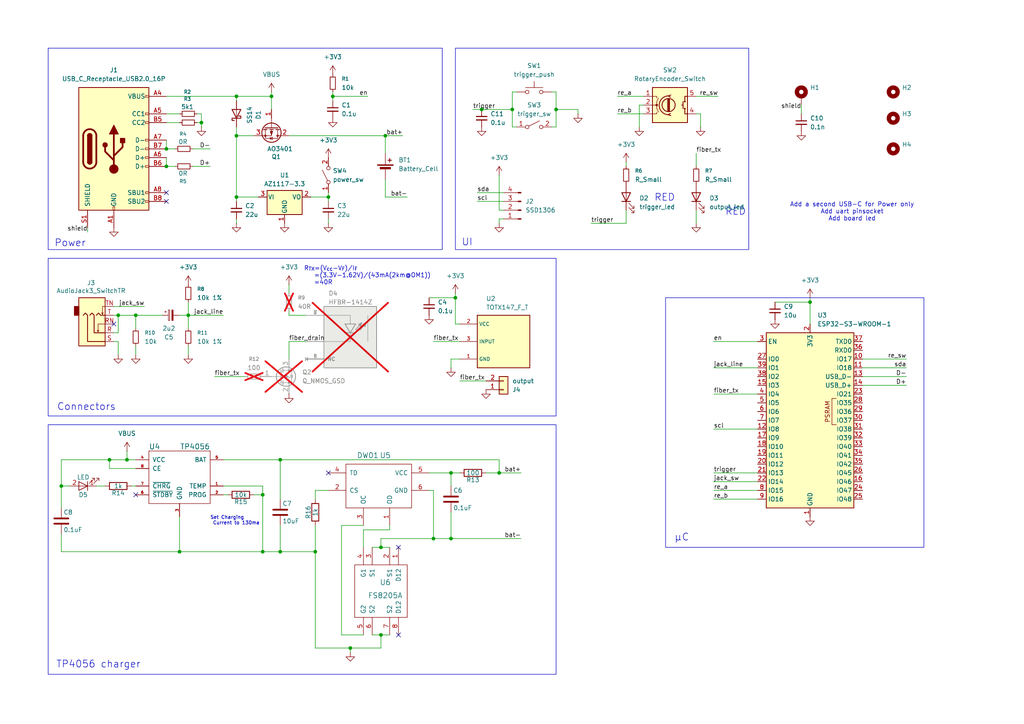
<source format=kicad_sch>
(kicad_sch (version 20250114) (generator "eeschema") (generator_version "9.0")
  (paper "A4")
  (rectangle (start 132.08 13.97) (end 217.17 72.39))
  (rectangle (start 13.97 123.19) (end 161.29 195.58))
  (rectangle (start 13.97 13.97) (end 128.27 72.39))
  (rectangle (start 193.04 86.36) (end 267.97 158.75))
  (rectangle (start 13.97 74.93) (end 161.29 120.65))
  (text "Add a second USB-C for Power only\nAdd uart pinsocket\nAdd board led" (at 247.142 61.468 0) (effects (font (size 1.27 1.27))))
  (text "Set Charging\n Current to 130ma\n" (at 60.96 152.4 0) (effects (font (size 0.9906 0.9906)) (justify left bottom)))
  (text "Connectors" (at 16.51 118.11 0) (effects (font (size 2.032 2.032)) (justify left)))
  (text "R_{TX}=(V_{cc}-V_{F})/I_{F}\n   =(3.3V-1.62V)/(43mA(2km@OM1))\n   =40R" (at 88.138 80.01 0) (effects (font (size 1.27 1.27)) (justify left)))
  (text "RED" (at 210.312 61.468 0) (effects (font (size 2.032 2.032)) (justify left)))
  (text "Power" (at 15.748 70.612 0) (effects (font (size 2.032 2.032)) (justify left)))
  (text "UI" (at 133.858 70.358 0) (effects (font (size 2.032 2.032)) (justify left)))
  (text "TP4056 charger" (at 16.256 192.786 0) (effects (font (size 2.032 2.032)) (justify left)))
  (text "RED" (at 189.738 57.404 0) (effects (font (size 2.032 2.032)) (justify left)))
  (text "µC" (at 195.58 155.956 0) (effects (font (size 2.032 2.032)) (justify left)))
  (junction (at 95.25 57.15))
  (junction (at 132.08 86.36))
  (junction (at 96.52 27.94))
  (junction (at 58.42 35.56))
  (junction (at 78.74 27.94))
  (junction (at 101.6 187.96))
  (junction (at 76.2 143.51))
  (junction (at 31.75 133.35))
  (junction (at 54.61 91.44))
  (junction (at 110.49 158.75))
  (junction (at 17.78 140.97))
  (junction (at 110.49 184.15))
  (junction (at 48.26 48.26))
  (junction (at 234.95 87.63))
  (junction (at 68.58 57.15))
  (junction (at 52.07 160.02))
  (junction (at 148.59 31.75))
  (junction (at 161.29 31.75))
  (junction (at 144.78 137.16))
  (junction (at 81.28 160.02))
  (junction (at 130.81 137.16))
  (junction (at 68.58 39.37))
  (junction (at 91.44 160.02))
  (junction (at 111.76 39.37))
  (junction (at 125.73 156.21))
  (junction (at 76.2 160.02))
  (junction (at 81.28 133.35))
  (junction (at 34.29 91.44))
  (junction (at 139.7 31.75))
  (junction (at 48.26 43.18))
  (junction (at 68.58 27.94))
  (junction (at 130.81 156.21))
  (junction (at 36.83 133.35))
  (junction (at 39.37 91.44))
  (no_connect (at 115.57 158.75))
  (no_connect (at 33.02 93.98))
  (no_connect (at 115.57 184.15))
  (no_connect (at 95.25 137.16))
  (no_connect (at 39.37 143.51))
  (no_connect (at 48.26 55.88))
  (no_connect (at 48.26 58.42))
  (wire (pts (xy 34.29 99.06) (xy 33.02 99.06)))
  (wire (pts (xy 124.46 86.36) (xy 132.08 86.36)))
  (wire (pts (xy 81.28 160.02) (xy 91.44 160.02)))
  (wire (pts (xy 203.2 36.83) (xy 203.2 33.02)))
  (wire (pts (xy 91.44 160.02) (xy 91.44 187.96)))
  (wire (pts (xy 36.83 133.35) (xy 39.37 133.35)))
  (wire (pts (xy 160.02 36.83) (xy 161.29 36.83)))
  (wire (pts (xy 95.25 55.88) (xy 95.25 57.15)))
  (wire (pts (xy 113.03 153.67) (xy 113.03 152.4)))
  (wire (pts (xy 111.76 57.15) (xy 111.76 52.07)))
  (wire (pts (xy 39.37 100.33) (xy 39.37 102.87)))
  (wire (pts (xy 54.61 91.44) (xy 54.61 95.25)))
  (wire (pts (xy 48.26 45.72) (xy 48.26 48.26)))
  (wire (pts (xy 54.61 100.33) (xy 54.61 102.87)))
  (wire (pts (xy 111.76 39.37) (xy 111.76 44.45)))
  (wire (pts (xy 76.2 143.51) (xy 73.66 143.51)))
  (wire (pts (xy 95.25 63.5) (xy 95.25 64.77)))
  (wire (pts (xy 130.81 156.21) (xy 151.13 156.21)))
  (wire (pts (xy 125.73 142.24) (xy 125.73 156.21)))
  (wire (pts (xy 160.02 26.67) (xy 161.29 26.67)))
  (wire (pts (xy 139.7 31.75) (xy 148.59 31.75)))
  (wire (pts (xy 96.52 27.94) (xy 96.52 29.21)))
  (wire (pts (xy 31.75 133.35) (xy 31.75 135.89)))
  (wire (pts (xy 234.95 87.63) (xy 234.95 93.98)))
  (wire (pts (xy 96.52 26.67) (xy 96.52 27.94)))
  (wire (pts (xy 148.59 31.75) (xy 148.59 36.83)))
  (wire (pts (xy 250.19 109.22) (xy 262.89 109.22)))
  (wire (pts (xy 133.35 104.14) (xy 130.81 104.14)))
  (wire (pts (xy 68.58 36.83) (xy 68.58 39.37)))
  (wire (pts (xy 161.29 31.75) (xy 167.64 31.75)))
  (wire (pts (xy 207.01 144.78) (xy 219.71 144.78)))
  (wire (pts (xy 219.71 114.3) (xy 207.01 114.3)))
  (wire (pts (xy 33.02 96.52) (xy 34.29 96.52)))
  (wire (pts (xy 201.93 44.45) (xy 201.93 48.26)))
  (wire (pts (xy 148.59 36.83) (xy 149.86 36.83)))
  (wire (pts (xy 48.26 40.64) (xy 48.26 43.18)))
  (wire (pts (xy 17.78 133.35) (xy 31.75 133.35)))
  (wire (pts (xy 31.75 133.35) (xy 36.83 133.35)))
  (wire (pts (xy 207.01 124.46) (xy 219.71 124.46)))
  (wire (pts (xy 83.82 99.06) (xy 83.82 104.14)))
  (wire (pts (xy 167.64 33.02) (xy 167.64 31.75)))
  (wire (pts (xy 55.88 43.18) (xy 60.96 43.18)))
  (wire (pts (xy 76.2 143.51) (xy 76.2 160.02)))
  (wire (pts (xy 179.07 33.02) (xy 186.69 33.02)))
  (wire (pts (xy 83.82 90.17) (xy 83.82 91.44)))
  (wire (pts (xy 55.88 48.26) (xy 60.96 48.26)))
  (wire (pts (xy 54.61 87.63) (xy 54.61 91.44)))
  (wire (pts (xy 81.28 144.78) (xy 81.28 133.35)))
  (wire (pts (xy 146.05 60.96) (xy 144.78 60.96)))
  (wire (pts (xy 91.44 187.96) (xy 101.6 187.96)))
  (wire (pts (xy 48.26 43.18) (xy 50.8 43.18)))
  (wire (pts (xy 144.78 63.5) (xy 146.05 63.5)))
  (wire (pts (xy 262.89 104.14) (xy 250.19 104.14)))
  (wire (pts (xy 107.95 158.75) (xy 110.49 158.75)))
  (wire (pts (xy 203.2 33.02) (xy 201.93 33.02)))
  (wire (pts (xy 36.83 130.81) (xy 36.83 133.35)))
  (wire (pts (xy 81.28 160.02) (xy 76.2 160.02)))
  (wire (pts (xy 105.41 184.15) (xy 99.06 184.15)))
  (wire (pts (xy 58.42 33.02) (xy 58.42 35.56)))
  (wire (pts (xy 48.26 48.26) (xy 50.8 48.26)))
  (wire (pts (xy 110.49 158.75) (xy 110.49 156.21)))
  (wire (pts (xy 130.81 148.59) (xy 130.81 156.21)))
  (wire (pts (xy 138.43 55.88) (xy 146.05 55.88)))
  (wire (pts (xy 68.58 29.21) (xy 68.58 27.94)))
  (wire (pts (xy 101.6 187.96) (xy 110.49 187.96)))
  (wire (pts (xy 96.52 27.94) (xy 106.68 27.94)))
  (wire (pts (xy 181.61 46.99) (xy 181.61 48.26)))
  (wire (pts (xy 90.17 57.15) (xy 95.25 57.15)))
  (wire (pts (xy 58.42 35.56) (xy 58.42 36.83)))
  (wire (pts (xy 41.91 88.9) (xy 33.02 88.9)))
  (wire (pts (xy 17.78 147.32) (xy 17.78 140.97)))
  (wire (pts (xy 105.41 153.67) (xy 113.03 153.67)))
  (wire (pts (xy 185.42 30.48) (xy 185.42 36.83)))
  (wire (pts (xy 68.58 39.37) (xy 68.58 57.15)))
  (wire (pts (xy 201.93 64.77) (xy 201.93 60.96)))
  (wire (pts (xy 68.58 39.37) (xy 73.66 39.37)))
  (wire (pts (xy 186.69 30.48) (xy 185.42 30.48)))
  (wire (pts (xy 39.37 91.44) (xy 39.37 95.25)))
  (wire (pts (xy 149.86 26.67) (xy 148.59 26.67)))
  (wire (pts (xy 57.15 35.56) (xy 58.42 35.56)))
  (wire (pts (xy 64.77 140.97) (xy 76.2 140.97)))
  (wire (pts (xy 144.78 50.8) (xy 144.78 60.96)))
  (wire (pts (xy 17.78 140.97) (xy 17.78 133.35)))
  (wire (pts (xy 140.97 137.16) (xy 144.78 137.16)))
  (wire (pts (xy 25.4 67.31) (xy 25.4 66.04)))
  (wire (pts (xy 124.46 142.24) (xy 125.73 142.24)))
  (wire (pts (xy 101.6 187.96) (xy 101.6 189.23)))
  (wire (pts (xy 110.49 156.21) (xy 125.73 156.21)))
  (wire (pts (xy 95.25 142.24) (xy 91.44 142.24)))
  (wire (pts (xy 132.08 93.98) (xy 133.35 93.98)))
  (wire (pts (xy 132.08 86.36) (xy 132.08 93.98)))
  (wire (pts (xy 17.78 160.02) (xy 52.07 160.02)))
  (wire (pts (xy 91.44 152.4) (xy 91.44 160.02)))
  (wire (pts (xy 130.81 104.14) (xy 130.81 106.68)))
  (wire (pts (xy 20.32 140.97) (xy 17.78 140.97)))
  (wire (pts (xy 95.25 57.15) (xy 95.25 58.42)))
  (wire (pts (xy 48.26 27.94) (xy 68.58 27.94)))
  (wire (pts (xy 83.82 39.37) (xy 111.76 39.37)))
  (wire (pts (xy 62.23 109.22) (xy 71.12 109.22)))
  (wire (pts (xy 81.28 160.02) (xy 81.28 152.4)))
  (wire (pts (xy 34.29 91.44) (xy 34.29 96.52)))
  (wire (pts (xy 207.01 99.06) (xy 219.71 99.06)))
  (wire (pts (xy 34.29 91.44) (xy 39.37 91.44)))
  (wire (pts (xy 201.93 27.94) (xy 208.28 27.94)))
  (wire (pts (xy 181.61 64.77) (xy 181.61 60.96)))
  (wire (pts (xy 105.41 158.75) (xy 105.41 153.67)))
  (wire (pts (xy 144.78 64.77) (xy 144.78 63.5)))
  (wire (pts (xy 207.01 106.68) (xy 219.71 106.68)))
  (wire (pts (xy 118.11 57.15) (xy 111.76 57.15)))
  (wire (pts (xy 161.29 36.83) (xy 161.29 31.75)))
  (wire (pts (xy 54.61 91.44) (xy 64.77 91.44)))
  (wire (pts (xy 207.01 142.24) (xy 219.71 142.24)))
  (wire (pts (xy 68.58 58.42) (xy 68.58 57.15)))
  (wire (pts (xy 125.73 99.06) (xy 133.35 99.06)))
  (wire (pts (xy 110.49 158.75) (xy 113.03 158.75)))
  (wire (pts (xy 76.2 140.97) (xy 76.2 143.51)))
  (wire (pts (xy 161.29 31.75) (xy 161.29 26.67)))
  (wire (pts (xy 99.06 184.15) (xy 99.06 152.4)))
  (wire (pts (xy 181.61 64.77) (xy 171.45 64.77)))
  (wire (pts (xy 68.58 27.94) (xy 78.74 27.94)))
  (wire (pts (xy 68.58 63.5) (xy 68.58 64.77)))
  (wire (pts (xy 224.79 87.63) (xy 234.95 87.63)))
  (wire (pts (xy 125.73 156.21) (xy 130.81 156.21)))
  (wire (pts (xy 133.35 110.49) (xy 140.97 110.49)))
  (wire (pts (xy 234.95 86.36) (xy 234.95 87.63)))
  (wire (pts (xy 91.44 142.24) (xy 91.44 144.78)))
  (wire (pts (xy 81.28 133.35) (xy 144.78 133.35)))
  (wire (pts (xy 144.78 133.35) (xy 144.78 137.16)))
  (wire (pts (xy 110.49 184.15) (xy 113.03 184.15)))
  (wire (pts (xy 57.15 33.02) (xy 58.42 33.02)))
  (wire (pts (xy 27.94 140.97) (xy 30.48 140.97)))
  (wire (pts (xy 144.78 137.16) (xy 151.13 137.16)))
  (wire (pts (xy 111.76 39.37) (xy 116.84 39.37)))
  (wire (pts (xy 99.06 152.4) (xy 105.41 152.4)))
  (wire (pts (xy 38.1 140.97) (xy 39.37 140.97)))
  (wire (pts (xy 83.82 99.06) (xy 88.9 99.06)))
  (wire (pts (xy 207.01 139.7) (xy 219.71 139.7)))
  (wire (pts (xy 130.81 137.16) (xy 133.35 137.16)))
  (wire (pts (xy 52.07 160.02) (xy 76.2 160.02)))
  (wire (pts (xy 64.77 143.51) (xy 66.04 143.51)))
  (wire (pts (xy 107.95 184.15) (xy 110.49 184.15)))
  (wire (pts (xy 68.58 57.15) (xy 74.93 57.15)))
  (wire (pts (xy 179.07 27.94) (xy 186.69 27.94)))
  (wire (pts (xy 148.59 26.67) (xy 148.59 31.75)))
  (wire (pts (xy 64.77 133.35) (xy 81.28 133.35)))
  (wire (pts (xy 110.49 187.96) (xy 110.49 184.15)))
  (wire (pts (xy 17.78 154.94) (xy 17.78 160.02)))
  (wire (pts (xy 33.02 91.44) (xy 34.29 91.44)))
  (wire (pts (xy 250.19 111.76) (xy 262.89 111.76)))
  (wire (pts (xy 130.81 140.97) (xy 130.81 137.16)))
  (wire (pts (xy 31.75 135.89) (xy 39.37 135.89)))
  (wire (pts (xy 78.74 27.94) (xy 78.74 31.75)))
  (wire (pts (xy 124.46 137.16) (xy 130.81 137.16)))
  (wire (pts (xy 132.08 85.09) (xy 132.08 86.36)))
  (wire (pts (xy 39.37 91.44) (xy 46.99 91.44)))
  (wire (pts (xy 262.89 106.68) (xy 250.19 106.68)))
  (wire (pts (xy 78.74 26.67) (xy 78.74 27.94)))
  (wire (pts (xy 48.26 35.56) (xy 52.07 35.56)))
  (wire (pts (xy 52.07 160.02) (xy 52.07 149.86)))
  (wire (pts (xy 48.26 33.02) (xy 52.07 33.02)))
  (wire (pts (xy 207.01 137.16) (xy 219.71 137.16)))
  (wire (pts (xy 232.41 33.02) (xy 232.41 30.48)))
  (wire (pts (xy 137.16 31.75) (xy 139.7 31.75)))
  (wire (pts (xy 83.82 91.44) (xy 88.9 91.44)))
  (wire (pts (xy 138.43 58.42) (xy 146.05 58.42)))
  (wire (pts (xy 52.07 91.44) (xy 54.61 91.44)))
  (wire (pts (xy 34.29 102.87) (xy 34.29 99.06)))
  (wire (pts (xy 83.82 82.55) (xy 83.82 85.09)))
  (label "scl" (at 138.43 58.42 0))
  (label "fiber_tx" (at 62.23 109.22 0))
  (label "fiber_tx" (at 133.35 110.49 0))
  (label "trigger" (at 207.01 137.16 0))
  (label "D+" (at 262.89 111.76 180))
  (label "shield" (at 25.4 67.31 180))
  (label "en" (at 106.68 27.94 180))
  (label "jack_sw" (at 41.91 88.9 180))
  (label "bat-" (at 151.13 156.21 180))
  (label "trigger" (at 137.16 31.75 0))
  (label "D-" (at 262.89 109.22 180))
  (label "jack_sw" (at 207.01 139.7 0))
  (label "bat-" (at 118.11 57.15 180))
  (label "re_b" (at 179.07 33.02 0))
  (label "sda" (at 138.43 55.88 0))
  (label "re_a" (at 207.01 142.24 0))
  (label "re_b" (at 207.01 144.78 0))
  (label "re_a" (at 179.07 27.94 0))
  (label "fiber_tx" (at 201.93 44.45 0))
  (label "jack_line" (at 64.77 91.44 180))
  (label "fiber_tx" (at 207.01 114.3 0))
  (label "bat+" (at 116.84 39.37 180))
  (label "D-" (at 60.96 43.18 180))
  (label "en" (at 207.01 99.06 0))
  (label "shield" (at 232.41 31.75 180))
  (label "re_sw" (at 208.28 27.94 180))
  (label "trigger" (at 171.45 64.77 0))
  (label "jack_line" (at 207.01 106.68 0))
  (label "D+" (at 60.96 48.26 180))
  (label "sda" (at 262.89 106.68 180))
  (label "fiber_tx" (at 125.73 99.06 0))
  (label "re_sw" (at 262.89 104.14 180))
  (label "bat+" (at 151.13 137.16 180))
  (label "scl" (at 207.01 124.46 0))
  (label "fiber_drain" (at 83.82 99.06 0))
  (symbol (lib_id "fs8205a:FS8205A") (at 110.49 168.91 0) (unit 1)
    (property "Reference" "U6" (at 111.76 168.91 0) (effects (font (size 1.524 1.524))))
    (property "Value" "FS8205A" (at 111.76 172.72 0) (effects (font (size 1.524 1.524))))
    (property "Footprint" "Package_SO:TSSOP-8_4.4x3mm_P0.65mm" (effects (hide yes)))
  )
  (symbol (lib_id "Switch:SW_SPST") (at 154.94 36.83 0) (unit 1)
    (property "Reference" "SW3" (at 154.94 30.48 0))
    (property "Value" "trigger_sw" (at 154.94 33.02 0))
    (property "Footprint" "Connector_PinHeader_2.54mm:PinHeader_1x02_P2.54mm_Vertical" (effects (hide yes)))
    (property "Description" "Single Pole Single Throw (SPST) switch" (effects (hide yes)))
  )
  (symbol (lib_name "R_6") (lib_id "charger_stepup-rescue:R") (at 34.29 140.97 270) (unit 1)
    (property "Reference" "R14" (at 34.29 143.002 90))
    (property "Value" "1k" (at 34.29 140.97 90))
    (property "Footprint" "Resistor_SMD:R_0603_1608Metric_Pad0.98x0.95mm_HandSolder" (effects (hide yes)))
  )
  (symbol (lib_id "power:GND") (at 54.61 102.87 0) (unit 1)
    (property "Reference" "#PWR024" (effects (hide yes)))
    (property "Value" "GND" (effects (hide yes)))
    (property "Description" "Power symbol creates a global label with name \"GND\" , ground" (effects (hide yes)))
  )
  (symbol (lib_id "Device:R_Small") (at 53.34 48.26 90) (mirror x) (unit 1)
    (property "Reference" "R5" (at 53.086 52.578 90) (effects (font (size 1.016 1.016))))
    (property "Value" "0R" (at 53.086 50.292 90))
    (property "Footprint" "Resistor_SMD:R_0603_1608Metric_Pad0.98x0.95mm_HandSolder" (effects (hide yes)))
    (property "Description" "Resistor, small symbol" (effects (hide yes)))
  )
  (symbol (lib_id "Device:RotaryEncoder_Switch") (at 194.31 30.48 0) (unit 1)
    (property "Reference" "SW2" (at 194.31 20.32 0))
    (property "Value" "RotaryEncoder_Switch" (at 194.31 22.86 0))
    (property "Footprint" "Connector_PinHeader_2.54mm:PinHeader_1x05_P2.54mm_Vertical" (effects (hide yes)))
    (property "Description" "Rotary encoder, dual channel, incremental quadrate outputs, with switch" (effects (hide yes)))
  )
  (symbol (lib_id "Device:LED") (at 201.93 57.15 90) (unit 1)
    (property "Reference" "D3" (at 205.74 57.4674 90) (effects (justify right)))
    (property "Value" "output_led" (at 205.74 60.0074 90) (effects (justify right)))
    (property "Footprint" "Connector_PinHeader_2.54mm:PinHeader_1x02_P2.54mm_Vertical" (effects (hide yes)))
    (property "Description" "Light emitting diode" (effects (hide yes)))
    (property "Sim.Pins" "1=K 2=A" (effects (hide yes)))
  )
  (symbol (lib_id "Device:R_Small") (at 201.93 50.8 0) (unit 1)
    (property "Reference" "R7" (at 204.47 49.5299 0) (effects (font (size 1.016 1.016)) (justify left)))
    (property "Value" "R_Small" (at 204.47 52.0699 0) (effects (justify left)))
    (property "Footprint" "Resistor_SMD:R_0603_1608Metric_Pad0.98x0.95mm_HandSolder" (effects (hide yes)))
    (property "Description" "Resistor, small symbol" (effects (hide yes)))
  )
  (symbol (lib_id "power:GND") (at 96.52 34.29 0) (unit 1)
    (property "Reference" "#PWR04" (effects (hide yes)))
    (property "Value" "GND" (effects (hide yes)))
    (property "Description" "Power symbol creates a global label with name \"GND\" , ground" (effects (hide yes)))
  )
  (symbol (lib_id "Device:C_Small") (at 96.52 31.75 0) (unit 1)
    (property "Reference" "C1" (at 99.06 30.4862 0) (effects (justify left)))
    (property "Value" "0.1u" (at 99.06 33.0262 0) (effects (justify left)))
    (property "Footprint" "Capacitor_SMD:C_0603_1608Metric_Pad1.08x0.95mm_HandSolder" (effects (hide yes)))
    (property "Description" "Unpolarized capacitor, small symbol" (effects (hide yes)))
  )
  (symbol (lib_id "power:VBUS") (at 78.74 26.67 0) (unit 1)
    (property "Reference" "#PWR02" (effects (hide yes)))
    (property "Value" "VBUS" (at 78.74 21.59 0))
    (property "Description" "Power symbol creates a global label with name \"VBUS\"" (effects (hide yes)))
  )
  (symbol (lib_name "C_5") (lib_id "charger_stepup-rescue:C") (at 130.81 144.78 0) (unit 1)
    (property "Reference" "C6" (at 131.445 142.24 0) (effects (justify left)))
    (property "Value" "0.1uF" (at 131.445 147.32 0) (effects (justify left)))
    (property "Footprint" "Capacitor_SMD:C_0603_1608Metric_Pad1.08x0.95mm_HandSolder" (effects (hide yes)))
  )
  (symbol (lib_id "power:+3V3") (at 132.08 85.09 0) (unit 1)
    (property "Reference" "#PWR019" (effects (hide yes)))
    (property "Value" "+3V3" (at 132.08 80.01 0))
    (property "Description" "Power symbol creates a global label with name \"+3V3\"" (effects (hide yes)))
  )
  (symbol (lib_id "Device:R_Small") (at 54.61 85.09 0) (unit 1)
    (property "Reference" "R8" (at 57.15 83.8199 0) (effects (font (size 1.016 1.016)) (justify left)))
    (property "Value" "10k 1%" (at 57.15 86.3599 0) (effects (justify left)))
    (property "Footprint" "Resistor_SMD:R_0603_1608Metric_Pad0.98x0.95mm_HandSolder" (effects (hide yes)))
    (property "Description" "Resistor, small symbol" (effects (hide yes)))
  )
  (symbol (lib_id "power:GND") (at 33.02 66.04 0) (unit 1)
    (property "Reference" "#PWR016" (effects (hide yes)))
    (property "Value" "GND" (effects (hide yes)))
    (property "Description" "Power symbol creates a global label with name \"GND\" , ground" (effects (hide yes)))
  )
  (symbol (lib_id "power:+3V3") (at 54.61 82.55 0) (unit 1)
    (property "Reference" "#PWR017" (effects (hide yes)))
    (property "Value" "+3V3" (at 54.61 77.47 0))
    (property "Description" "Power symbol creates a global label with name \"+3V3\"" (effects (hide yes)))
  )
  (symbol (lib_id "Device:C_Small") (at 95.25 60.96 0) (unit 1)
    (property "Reference" "C3" (at 97.79 59.6962 0) (effects (justify left)))
    (property "Value" "22u" (at 97.79 62.2362 0) (effects (justify left)))
    (property "Footprint" "Capacitor_SMD:C_0805_2012Metric_Pad1.18x1.45mm_HandSolder" (effects (hide yes)))
    (property "Description" "Unpolarized capacitor, small symbol" (effects (hide yes)))
  )
  (symbol (lib_id "dw01:DW01") (at 109.22 140.97 0) (unit 1)
    (property "Reference" "U5" (at 111.76 132.08 0) (effects (font (size 1.524 1.524))))
    (property "Value" "DW01" (at 106.68 132.08 0) (effects (font (size 1.524 1.524))))
    (property "Footprint" "Package_TO_SOT_SMD:SOT-23-6_Handsoldering" (effects (hide yes)))
  )
  (symbol (lib_id "Device:C_Small") (at 124.46 88.9 0) (unit 1)
    (property "Reference" "C4" (at 127 87.6362 0) (effects (justify left)))
    (property "Value" "0.1u" (at 127 90.1762 0) (effects (justify left)))
    (property "Footprint" "Capacitor_SMD:C_0603_1608Metric_Pad1.08x0.95mm_HandSolder" (effects (hide yes)))
    (property "Description" "Unpolarized capacitor, small symbol" (effects (hide yes)))
  )
  (symbol (lib_id "Switch:SW_SPST") (at 95.25 50.8 90) (unit 1)
    (property "Reference" "SW4" (at 96.52 49.5299 90) (effects (justify right)))
    (property "Value" "power_sw" (at 96.52 52.0699 90) (effects (justify right)))
    (property "Footprint" "Connector_PinHeader_2.54mm:PinHeader_1x02_P2.54mm_Vertical" (effects (hide yes)))
    (property "Description" "Single Pole Single Throw (SPST) switch" (effects (hide yes)))
  )
  (symbol (lib_id "Connector:USB_C_Receptacle_USB2.0_16P") (at 33.02 43.18 0) (unit 1)
    (property "Reference" "J1" (at 33.02 20.32 0))
    (property "Value" "USB_C_Receptacle_USB2.0_16P" (at 33.02 22.86 0))
    (property "Footprint" "Connector_USB:USB_C_Receptacle_GCT_USB4105-xx-A_16P_TopMnt_Horizontal" (effects (hide yes)))
    (property "Datasheet" "https://www.usb.org/sites/default/files/documents/usb_type-c.zip" (effects (hide yes)))
    (property "Description" "USB 2.0-only 16P Type-C Receptacle connector" (effects (hide yes)))
  )
  (symbol (lib_id "Device:C_Small") (at 224.79 90.17 0) (unit 1)
    (property "Reference" "C9" (at 227.33 88.9062 0) (effects (justify left)))
    (property "Value" "10u" (at 227.33 91.4462 0) (effects (justify left)))
    (property "Footprint" "Capacitor_SMD:C_0805_2012Metric_Pad1.18x1.45mm_HandSolder" (effects (hide yes)))
    (property "Description" "Unpolarized capacitor, small symbol" (effects (hide yes)))
  )
  (symbol (lib_name "R_8") (lib_id "charger_stepup-rescue:R") (at 137.16 137.16 270) (unit 1)
    (property "Reference" "R13" (at 137.16 139.192 90))
    (property "Value" "100" (at 137.16 137.16 90))
    (property "Footprint" "Resistor_SMD:R_0603_1608Metric_Pad0.98x0.95mm_HandSolder" (effects (hide yes)))
  )
  (symbol (lib_id "power:GND") (at 140.97 113.03 0) (unit 1)
    (property "Reference" "#PWR032" (effects (hide yes)))
    (property "Value" "GND" (effects (hide yes)))
    (property "Description" "Power symbol creates a global label with name \"GND\" , ground" (effects (hide yes)))
  )
  (symbol (lib_id "power:GND") (at 39.37 102.87 0) (unit 1)
    (property "Reference" "#PWR023" (effects (hide yes)))
    (property "Value" "GND" (effects (hide yes)))
    (property "Description" "Power symbol creates a global label with name \"GND\" , ground" (effects (hide yes)))
  )
  (symbol (lib_id "RF_Module:ESP32-S3-WROOM-1") (at 234.95 121.92 0) (unit 1)
    (property "Reference" "U3" (at 237.0933 91.44 0) (effects (justify left)))
    (property "Value" "ESP32-S3-WROOM-1" (at 237.0933 93.98 0) (effects (justify left)))
    (property "Footprint" "RF_Module:ESP32-S3-WROOM-1U" (effects (hide yes)))
    (property "Datasheet" "https://www.espressif.com/sites/default/files/documentation/esp32-s3-wroom-1_wroom-1u_datasheet_en.pdf" (effects (hide yes)))
    (property "Description" "RF Module, ESP32-S3 SoC, Wi-Fi 802.11b/g/n, Bluetooth, BLE, 32-bit, 3.3V, onboard antenna, SMD" (effects (hide yes)))
  )
  (symbol (lib_id "power:+3V3") (at 96.52 21.59 0) (unit 1)
    (property "Reference" "#PWR01" (effects (hide yes)))
    (property "Value" "+3V3" (at 96.52 16.51 0))
    (property "Description" "Power symbol creates a global label with name \"+3V3\"" (effects (hide yes)))
  )
  (symbol (lib_id "power:GND") (at 34.29 102.87 0) (unit 1)
    (property "Reference" "#PWR022" (effects (hide yes)))
    (property "Value" "GND" (effects (hide yes)))
    (property "Description" "Power symbol creates a global label with name \"GND\" , ground" (effects (hide yes)))
  )
  (symbol (lib_id "power:GND") (at 203.2 36.83 0) (unit 1)
    (property "Reference" "#PWR07" (effects (hide yes)))
    (property "Value" "GND" (effects (hide yes)))
    (property "Description" "Power symbol creates a global label with name \"GND\" , ground" (effects (hide yes)))
  )
  (symbol (lib_name "C_4") (lib_id "charger_stepup-rescue:C") (at 17.78 151.13 0) (unit 1)
    (property "Reference" "C8" (at 18.415 148.59 0) (effects (justify left)))
    (property "Value" "0.1uF" (at 18.415 153.67 0) (effects (justify left)))
    (property "Footprint" "Capacitor_SMD:C_0603_1608Metric_Pad1.08x0.95mm_HandSolder" (effects (hide yes)))
  )
  (symbol (lib_id "power:GND") (at 82.55 64.77 0) (unit 1)
    (property "Reference" "#PWR013" (effects (hide yes)))
    (property "Value" "GND" (effects (hide yes)))
    (property "Description" "Power symbol creates a global label with name \"GND\" , ground" (effects (hide yes)))
  )
  (symbol (lib_id "Device:C_Polarized_Small") (at 49.53 91.44 90) (mirror x) (unit 1)
    (property "Reference" "C5" (at 48.9839 97.79 90))
    (property "Value" "2u2" (at 48.9839 95.25 90))
    (property "Footprint" "Capacitor_THT:C_Radial_D5.0mm_H11.0mm_P2.00mm" (effects (hide yes)))
    (property "Description" "Polarized capacitor, small symbol" (effects (hide yes)))
  )
  (symbol (lib_id "power:GND") (at 232.41 38.1 0) (unit 1)
    (property "Reference" "#PWR031" (effects (hide yes)))
    (property "Value" "GND" (effects (hide yes)))
    (property "Description" "Power symbol creates a global label with name \"GND\" , ground" (effects (hide yes)))
  )
  (symbol (lib_id "Device:R_Small") (at 53.34 43.18 90) (unit 1)
    (property "Reference" "R4" (at 53.086 38.862 90) (effects (font (size 1.016 1.016))))
    (property "Value" "0R" (at 53.086 41.148 90))
    (property "Footprint" "Resistor_SMD:R_0603_1608Metric_Pad0.98x0.95mm_HandSolder" (effects (hide yes)))
    (property "Description" "Resistor, small symbol" (effects (hide yes)))
  )
  (symbol (lib_id "power:GND") (at 124.46 91.44 0) (unit 1)
    (property "Reference" "#PWR020" (effects (hide yes)))
    (property "Value" "GND" (effects (hide yes)))
    (property "Description" "Power symbol creates a global label with name \"GND\" , ground" (effects (hide yes)))
  )
  (symbol (lib_id "Device:C_Small") (at 139.7 34.29 0) (unit 1)
    (property "Reference" "C11" (at 142.24 33.0262 0) (effects (justify left)))
    (property "Value" "0.1u" (at 142.24 35.5662 0) (effects (justify left)))
    (property "Footprint" "Capacitor_SMD:C_0603_1608Metric_Pad1.08x0.95mm_HandSolder" (effects (hide yes)))
    (property "Description" "Unpolarized capacitor, small symbol" (effects (hide yes)))
  )
  (symbol (lib_id "Device:R_Small") (at 54.61 33.02 90) (unit 1)
    (property "Reference" "R2" (at 54.356 26.67 90) (effects (font (size 1.016 1.016))))
    (property "Value" "5k1" (at 54.356 30.988 90))
    (property "Footprint" "Resistor_SMD:R_0603_1608Metric_Pad0.98x0.95mm_HandSolder" (effects (hide yes)))
    (property "Description" "Resistor, small symbol" (effects (hide yes)))
  )
  (symbol (lib_id "Connector_Audio:AudioJack3_SwitchTR") (at 27.94 96.52 0) (mirror x) (unit 1)
    (property "Reference" "J3" (at 26.416 82.042 0))
    (property "Value" "AudioJack3_SwitchTR" (at 26.416 84.328 0))
    (property "Footprint" "Connector_Audio:Jack_3.5mm_CUI_SJ1-3525N_Horizontal" (effects (hide yes)))
    (property "Description" "Audio Jack, 3 Poles (Stereo / TRS), Switched TR Poles (Normalling)" (effects (hide yes)))
  )
  (symbol (lib_id "Device:R_Small") (at 54.61 97.79 0) (unit 1)
    (property "Reference" "R11" (at 57.15 96.5199 0) (effects (font (size 1.016 1.016)) (justify left)))
    (property "Value" "10k 1%" (at 57.15 99.0599 0) (effects (justify left)))
    (property "Footprint" "Resistor_SMD:R_0603_1608Metric_Pad0.98x0.95mm_HandSolder" (effects (hide yes)))
    (property "Description" "Resistor, small symbol" (effects (hide yes)))
  )
  (symbol (lib_id "tp4056:TP4056") (at 52.07 139.7 0) (unit 1)
    (property "Reference" "U4" (at 43.18 129.54 0) (effects (font (size 1.524 1.524)) (justify left)))
    (property "Value" "TP4056" (at 60.96 129.54 0) (effects (font (size 1.524 1.524)) (justify right)))
    (property "Footprint" "Package_SO:SOP-8_3.9x4.9mm_P1.27mm" (effects (hide yes)))
  )
  (symbol (lib_id "power:+3V3") (at 234.95 86.36 0) (unit 1)
    (property "Reference" "#PWR021" (effects (hide yes)))
    (property "Value" "+3V3" (at 234.95 81.28 0))
    (property "Description" "Power symbol creates a global label with name \"+3V3\"" (effects (hide yes)))
  )
  (symbol (lib_id "Device:C_Small") (at 232.41 35.56 0) (unit 1)
    (property "Reference" "C10" (at 234.95 34.2962 0) (effects (justify left)))
    (property "Value" "0.1n" (at 234.95 36.8362 0) (effects (justify left)))
    (property "Footprint" "Capacitor_SMD:C_0805_2012Metric_Pad1.18x1.45mm_HandSolder" (effects (hide yes)))
    (property "Description" "Unpolarized capacitor, small symbol" (effects (hide yes)))
  )
  (symbol (lib_id "Diode:SS14") (at 68.58 33.02 90) (unit 1)
    (property "Reference" "D1" (at 74.93 33.3375 0))
    (property "Value" "SS14" (at 72.39 33.3375 0))
    (property "Footprint" "Diode_SMD:D_SMA" (effects (hide yes)))
    (property "Datasheet" "https://www.vishay.com/docs/88746/ss12.pdf" (effects (hide yes)))
    (property "Description" "40V 1A Schottky Diode, SMA" (effects (hide yes)))
  )
  (symbol (lib_id "Device:R_Small") (at 39.37 97.79 0) (unit 1)
    (property "Reference" "R10" (at 41.91 96.5199 0) (effects (font (size 1.016 1.016)) (justify left)))
    (property "Value" "10k" (at 41.91 99.0599 0) (effects (justify left)))
    (property "Footprint" "Resistor_SMD:R_0603_1608Metric_Pad0.98x0.95mm_HandSolder" (effects (hide yes)))
    (property "Description" "Resistor, small symbol" (effects (hide yes)))
  )
  (symbol (lib_id "power:+3V3") (at 83.82 82.55 0) (unit 1)
    (property "Reference" "#PWR018" (effects (hide yes)))
    (property "Value" "+3V3" (at 83.82 77.47 0))
    (property "Description" "Power symbol creates a global label with name \"+3V3\"" (effects (hide yes)))
  )
  (symbol (lib_id "power:GND") (at 167.64 33.02 0) (unit 1)
    (property "Reference" "#PWR03" (effects (hide yes)))
    (property "Value" "GND" (effects (hide yes)))
    (property "Description" "Power symbol creates a global label with name \"GND\" , ground" (effects (hide yes)))
  )
  (symbol (lib_name "R_10") (lib_id "charger_stepup-rescue:R") (at 69.85 143.51 270) (unit 1)
    (property "Reference" "R15" (at 69.85 145.542 90))
    (property "Value" "10k" (at 69.85 143.51 90))
    (property "Footprint" "Resistor_SMD:R_0603_1608Metric_Pad0.98x0.95mm_HandSolder" (effects (hide yes)))
  )
  (symbol (lib_id "Switch:SW_Push") (at 154.94 26.67 0) (unit 1)
    (property "Reference" "SW1" (at 154.94 19.05 0))
    (property "Value" "trigger_push" (at 154.94 21.59 0))
    (property "Footprint" "Connector_PinHeader_2.54mm:PinHeader_1x02_P2.54mm_Vertical" (effects (hide yes)))
    (property "Description" "Push button switch, generic, two pins" (effects (hide yes)))
  )
  (symbol (lib_id "Connector_Generic:Conn_01x02") (at 146.05 113.03 0) (mirror x) (unit 1)
    (property "Reference" "J4" (at 148.59 113.0301 0) (effects (justify left)))
    (property "Value" "output" (at 148.59 110.4901 0) (effects (justify left)))
    (property "Footprint" "Connector_PinHeader_2.54mm:PinHeader_1x02_P2.54mm_Horizontal" (effects (hide yes)))
    (property "Description" "Generic connector, single row, 01x02, script generated (kicad-library-utils/schlib/autogen/connector/)" (effects (hide yes)))
  )
  (symbol (lib_id "power:GND") (at 144.78 64.77 0) (unit 1)
    (property "Reference" "#PWR015" (effects (hide yes)))
    (property "Value" "GND" (effects (hide yes)))
    (property "Description" "Power symbol creates a global label with name \"GND\" , ground" (effects (hide yes)))
  )
  (symbol (lib_id "Transistor_FET:Q_PMOS_GDS") (at 78.74 36.83 270) (unit 1)
    (property "Reference" "Q1" (at 78.74 45.466 90) (effects (justify left)))
    (property "Value" "AO3401" (at 77.4701 43.18 90) (effects (justify left)))
    (property "Footprint" "Package_TO_SOT_SMD:SOT-23_Handsoldering" (effects (hide yes)))
    (property "Description" "P-MOSFET transistor, gate/drain/source" (effects (hide yes)))
  )
  (symbol (lib_id "power:GND") (at 234.95 149.86 0) (unit 1)
    (property "Reference" "#PWR028" (effects (hide yes)))
    (property "Value" "GND" (effects (hide yes)))
    (property "Description" "Power symbol creates a global label with name \"GND\" , ground" (effects (hide yes)))
  )
  (symbol (lib_name "LED_4") (lib_id "charger_stepup-rescue:LED") (at 24.13 140.97 180) (unit 1)
    (property "Reference" "D5" (at 24.13 143.51 0))
    (property "Value" "LED" (at 24.13 138.43 0))
    (property "Footprint" "LED_SMD:LED_0603_1608Metric_Pad1.05x0.95mm_HandSolder" (effects (hide yes)))
  )
  (symbol (lib_id "Device:R_Small") (at 54.61 35.56 90) (unit 1)
    (property "Reference" "R3" (at 54.356 28.702 90) (effects (font (size 1.016 1.016))))
    (property "Value" "5k1" (effects (hide yes)))
    (property "Footprint" "Resistor_SMD:R_0603_1608Metric_Pad0.98x0.95mm_HandSolder" (effects (hide yes)))
    (property "Description" "Resistor, small symbol" (effects (hide yes)))
  )
  (symbol (lib_id "power:GND") (at 185.42 36.83 0) (unit 1)
    (property "Reference" "#PWR06" (effects (hide yes)))
    (property "Value" "GND" (effects (hide yes)))
    (property "Description" "Power symbol creates a global label with name \"GND\" , ground" (effects (hide yes)))
  )
  (symbol (lib_id "Device:R_Small") (at 96.52 24.13 0) (unit 1)
    (property "Reference" "R1" (at 99.06 22.8599 0) (effects (font (size 1.016 1.016)) (justify left)))
    (property "Value" "10k" (at 99.06 25.3999 0) (effects (justify left)))
    (property "Footprint" "Resistor_SMD:R_0603_1608Metric_Pad0.98x0.95mm_HandSolder" (effects (hide yes)))
    (property "Description" "Resistor, small symbol" (effects (hide yes)))
  )
  (symbol (lib_id "Device:R_Small") (at 73.66 109.22 90) (unit 1) (in_bom no) (on_board no) (dnp yes)
    (property "Reference" "R12" (at 73.66 104.14 90) (effects (font (size 1.016 1.016))))
    (property "Value" "100" (at 73.66 106.68 90))
    (property "Footprint" "Resistor_SMD:R_0603_1608Metric_Pad0.98x0.95mm_HandSolder" (effects (hide yes)))
    (property "Description" "Resistor, small symbol" (effects (hide yes)))
  )
  (symbol (lib_id "Mechanical:MountingHole") (at 259.08 43.18 0) (unit 1) (in_bom no)
    (property "Reference" "H4" (at 261.62 41.9099 0) (effects (justify left)))
    (property "Value" "MountingHole" (effects (hide yes)))
    (property "Footprint" "MountingHole:MountingHole_2.2mm_M2_DIN965" (effects (hide yes)))
    (property "Description" "Mounting Hole without connection" (effects (hide yes)))
  )
  (symbol (lib_id "Mechanical:MountingHole") (at 259.08 26.67 0) (unit 1) (in_bom no)
    (property "Reference" "H2" (at 261.62 25.3999 0) (effects (justify left)))
    (property "Value" "MountingHole" (effects (hide yes)))
    (property "Footprint" "MountingHole:MountingHole_2.2mm_M2_DIN965" (effects (hide yes)))
    (property "Description" "Mounting Hole without connection" (effects (hide yes)))
  )
  (symbol (lib_id "Device:R_Small") (at 83.82 87.63 0) (unit 1) (in_bom no) (on_board no) (dnp yes)
    (property "Reference" "R9" (at 86.36 86.3599 0) (effects (font (size 1.016 1.016)) (justify left)))
    (property "Value" "40R" (at 86.36 88.8999 0) (effects (justify left)))
    (property "Footprint" "Resistor_SMD:R_0603_1608Metric_Pad0.98x0.95mm_HandSolder" (effects (hide yes)))
    (property "Description" "Resistor, small symbol" (effects (hide yes)))
  )
  (symbol (lib_id "Mechanical:MountingHole") (at 259.08 34.29 0) (unit 1) (in_bom no)
    (property "Reference" "H3" (at 261.62 33.0199 0) (effects (justify left)))
    (property "Value" "MountingHole" (effects (hide yes)))
    (property "Footprint" "MountingHole:MountingHole_2.2mm_M2_DIN965" (effects (hide yes)))
    (property "Description" "Mounting Hole without connection" (effects (hide yes)))
  )
  (symbol (lib_id "power:GND") (at 139.7 36.83 0) (unit 1)
    (property "Reference" "#PWR033" (effects (hide yes)))
    (property "Value" "GND" (effects (hide yes)))
    (property "Description" "Power symbol creates a global label with name \"GND\" , ground" (effects (hide yes)))
  )
  (symbol (lib_id "power:GND") (at 95.25 64.77 0) (unit 1)
    (property "Reference" "#PWR014" (effects (hide yes)))
    (property "Value" "GND" (effects (hide yes)))
    (property "Description" "Power symbol creates a global label with name \"GND\" , ground" (effects (hide yes)))
  )
  (symbol (lib_id "Device:C_Small") (at 68.58 60.96 0) (unit 1)
    (property "Reference" "C2" (at 71.12 59.6962 0) (effects (justify left)))
    (property "Value" "22u" (at 71.12 62.2362 0) (effects (justify left)))
    (property "Footprint" "Capacitor_SMD:C_0805_2012Metric_Pad1.18x1.45mm_HandSolder" (effects (hide yes)))
    (property "Description" "Unpolarized capacitor, small symbol" (effects (hide yes)))
  )
  (symbol (lib_id "Device:LED") (at 181.61 57.15 90) (unit 1)
    (property "Reference" "D2" (at 185.42 57.4674 90) (effects (justify right)))
    (property "Value" "trigger_led" (at 185.42 60.0074 90) (effects (justify right)))
    (property "Footprint" "Connector_PinHeader_2.54mm:PinHeader_1x02_P2.54mm_Vertical" (effects (hide yes)))
    (property "Description" "Light emitting diode" (effects (hide yes)))
    (property "Sim.Pins" "1=K 2=A" (effects (hide yes)))
  )
  (symbol (lib_id "Connector:Conn_01x04_Pin") (at 151.13 60.96 180) (unit 1)
    (property "Reference" "J2" (at 152.4 58.4199 0) (effects (justify right)))
    (property "Value" "SSD1306" (at 152.4 60.9599 0) (effects (justify right)))
    (property "Footprint" "Connector_PinHeader_2.54mm:PinHeader_1x04_P2.54mm_Vertical" (effects (hide yes)))
    (property "Description" "Generic connector, single row, 01x04, script generated" (effects (hide yes)))
  )
  (symbol (lib_id "TORX147_F_T_:TOTX147_F_T") (at 146.05 99.06 0) (mirror y) (unit 1)
    (property "Reference" "U2" (at 140.97 86.614 0) (effects (justify right)))
    (property "Value" "TOTX147_F_T" (at 140.97 89.154 0) (effects (justify right)))
    (property "Footprint" "TORX147_F_T_:TOSHIBA_TORX147_F_T_" (effects (hide yes)))
  )
  (symbol (lib_id "power:GND") (at 83.82 114.3 0) (unit 1)
    (property "Reference" "#PWR026" (effects (hide yes)))
    (property "Value" "GND" (effects (hide yes)))
    (property "Description" "Power symbol creates a global label with name \"GND\" , ground" (effects (hide yes)))
  )
  (symbol (lib_id "Transistor_FET:Q_NMOS_GSD") (at 81.28 109.22 0) (unit 1) (in_bom no) (on_board no) (dnp yes)
    (property "Reference" "Q2" (at 87.63 107.9499 0) (effects (justify left)))
    (property "Value" "Q_NMOS_GSD" (at 87.63 110.4899 0) (effects (justify left)))
    (property "Footprint" "Package_TO_SOT_SMD:SOT-23-3" (effects (hide yes)))
    (property "Description" "N-MOSFET transistor, gate/source/drain" (effects (hide yes)))
  )
  (symbol (lib_id "power:VBUS") (at 36.83 130.81 0) (unit 1)
    (property "Reference" "#PWR027" (effects (hide yes)))
    (property "Value" "VBUS" (at 36.83 125.73 0))
    (property "Description" "Power symbol creates a global label with name \"VBUS\"" (effects (hide yes)))
  )
  (symbol (lib_id "power:GND") (at 224.79 92.71 0) (unit 1)
    (property "Reference" "#PWR030" (effects (hide yes)))
    (property "Value" "GND" (effects (hide yes)))
    (property "Description" "Power symbol creates a global label with name \"GND\" , ground" (effects (hide yes)))
  )
  (symbol (lib_name "R_9") (lib_id "charger_stepup-rescue:R") (at 91.44 148.59 180) (unit 1)
    (property "Reference" "R16" (at 89.408 148.59 90))
    (property "Value" "1k" (at 91.44 148.59 90))
    (property "Footprint" "Resistor_SMD:R_0603_1608Metric_Pad0.98x0.95mm_HandSolder" (effects (hide yes)))
  )
  (symbol (lib_id "power:+3V3") (at 144.78 50.8 0) (unit 1)
    (property "Reference" "#PWR011" (effects (hide yes)))
    (property "Value" "+3V3" (at 144.78 45.72 0))
    (property "Description" "Power symbol creates a global label with name \"+3V3\"" (effects (hide yes)))
  )
  (symbol (lib_id "power:GND") (at 101.6 189.23 0) (unit 1)
    (property "Reference" "#PWR029" (effects (hide yes)))
    (property "Value" "GND" (effects (hide yes)))
    (property "Description" "Power symbol creates a global label with name \"GND\" , ground" (effects (hide yes)))
  )
  (symbol (lib_id "Mechanical:MountingHole_Pad") (at 232.41 27.94 0) (unit 1) (in_bom no)
    (property "Reference" "H1" (at 234.95 25.3999 0) (effects (justify left)))
    (property "Value" "MountingHole_Pad" (effects (hide yes)))
    (property "Footprint" "MountingHole:MountingHole_2.2mm_M2_DIN965_Pad" (effects (hide yes)))
    (property "Description" "Mounting Hole with connection" (effects (hide yes)))
  )
  (symbol (lib_id "power:GND") (at 68.58 64.77 0) (unit 1)
    (property "Reference" "#PWR012" (effects (hide yes)))
    (property "Value" "GND" (effects (hide yes)))
    (property "Description" "Power symbol creates a global label with name \"GND\" , ground" (effects (hide yes)))
  )
  (symbol (lib_id "power:+3V3") (at 95.25 45.72 0) (unit 1)
    (property "Reference" "#PWR08" (effects (hide yes)))
    (property "Value" "+3V3" (at 95.25 40.64 0))
    (property "Description" "Power symbol creates a global label with name \"+3V3\"" (effects (hide yes)))
  )
  (symbol (lib_id "power:GND") (at 58.42 36.83 0) (unit 1)
    (property "Reference" "#PWR05" (effects (hide yes)))
    (property "Value" "GND" (effects (hide yes)))
    (property "Description" "Power symbol creates a global label with name \"GND\" , ground" (effects (hide yes)))
  )
  (symbol (lib_id "Regulator_Linear:AZ1117-3.3") (at 82.55 57.15 0) (unit 1)
    (property "Reference" "U1" (at 82.55 50.8 0))
    (property "Value" "AZ1117-3.3" (at 82.55 53.34 0))
    (property "Footprint" "Package_TO_SOT_SMD:SOT-89-3" (effects (hide yes)))
    (property "Datasheet" "https://www.diodes.com/assets/Datasheets/AZ1117.pdf" (effects (hide yes)))
    (property "Description" "1A 20V Fixed LDO Linear Regulator, 3.3V, SOT-89/SOT-223/TO-220/TO-252/TO-263" (effects (hide yes)))
  )
  (symbol (lib_id "Device:Battery_Cell") (at 111.76 49.53 0) (unit 1)
    (property "Reference" "BT1" (at 115.57 46.4184 0) (effects (justify left)))
    (property "Value" "Battery_Cell" (at 115.57 48.9584 0) (effects (justify left)))
    (property "Footprint" "Connector_JST:JST_PH_B2B-PH-K_1x02_P2.00mm_Vertical" (effects (hide yes)))
    (property "Description" "Single-cell battery" (effects (hide yes)))
  )
  (symbol (lib_id "power:GND") (at 201.93 64.77 0) (unit 1)
    (property "Reference" "#PWR010" (effects (hide yes)))
    (property "Value" "GND" (effects (hide yes)))
    (property "Description" "Power symbol creates a global label with name \"GND\" , ground" (effects (hide yes)))
  )
  (symbol (lib_id "HFBR-1414Z:HFBR-1414Z") (at 101.6 99.06 0) (unit 1) (in_bom no) (on_board no) (dnp yes)
    (property "Reference" "D4" (at 95.25 85.09 0) (effects (justify left)))
    (property "Value" "HFBR-1414Z" (at 95.25 87.63 0) (effects (justify left)))
    (property "Footprint" "HFBR-1414Z:OPTO_HFBR-1414Z" (effects (hide yes)))
    (property "MF" "Broadcom / Avago" (effects (hide yes)))
    (property "MAXIMUM_PACKAGE_HEIGHT" "10.2 mm" (effects (hide yes)))
    (property "Package" "Package" (effects (hide yes)))
    (property "Price" "None" (effects (hide yes)))
    (property "Check_prices" "https://www.snapeda.com/parts/HFBR-1414Z/Broadcom/view-part/?ref=eda" (effects (hide yes)))
    (property "STANDARD" "Manufacturer Recommendations" (effects (hide yes)))
    (property "PARTREV" "February 15, 2019" (effects (hide yes)))
    (property "SnapEDA_Link" "https://www.snapeda.com/parts/HFBR-1414Z/Broadcom/view-part/?ref=snap" (effects (hide yes)))
    (property "MP" "HFBR-1414Z" (effects (hide yes)))
    (property "Description_1" "Fiber Optic Transmitters, Receivers, Transceivers Low Cost Hi Power ST FO Tx-Pb Free" (effects (hide yes)))
    (property "SNAPEDA_PN" "HFBR-1414Z" (effects (hide yes)))
    (property "Availability" "In Stock" (effects (hide yes)))
    (property "MANUFACTURER" "Broadcom Limited" (effects (hide yes)))
  )
  (symbol (lib_name "C_6") (lib_id "charger_stepup-rescue:C") (at 81.28 148.59 0) (unit 1)
    (property "Reference" "C7" (at 81.915 146.05 0) (effects (justify left)))
    (property "Value" "10uF" (at 81.915 151.13 0) (effects (justify left)))
    (property "Footprint" "Capacitor_SMD:C_0603_1608Metric_Pad1.08x0.95mm_HandSolder" (effects (hide yes)))
  )
  (symbol (lib_id "power:GND") (at 130.81 106.68 0) (unit 1)
    (property "Reference" "#PWR025" (effects (hide yes)))
    (property "Value" "GND" (effects (hide yes)))
    (property "Description" "Power symbol creates a global label with name \"GND\" , ground" (effects (hide yes)))
  )
  (symbol (lib_id "power:+3.3V") (at 181.61 46.99 0) (unit 1)
    (property "Reference" "#PWR09" (effects (hide yes)))
    (property "Value" "+3V3" (at 181.61 41.91 0))
    (property "Description" "Power symbol creates a global label with name \"+3.3V\"" (effects (hide yes)))
  )
  (symbol (lib_id "Device:R_Small") (at 181.61 50.8 0) (unit 1)
    (property "Reference" "R6" (at 184.15 49.5299 0) (effects (font (size 1.016 1.016)) (justify left)))
    (property "Value" "R_Small" (at 184.15 52.0699 0) (effects (justify left)))
    (property "Footprint" "Resistor_SMD:R_0603_1608Metric_Pad0.98x0.95mm_HandSolder" (effects (hide yes)))
    (property "Description" "Resistor, small symbol" (effects (hide yes)))
  )
)
</source>
